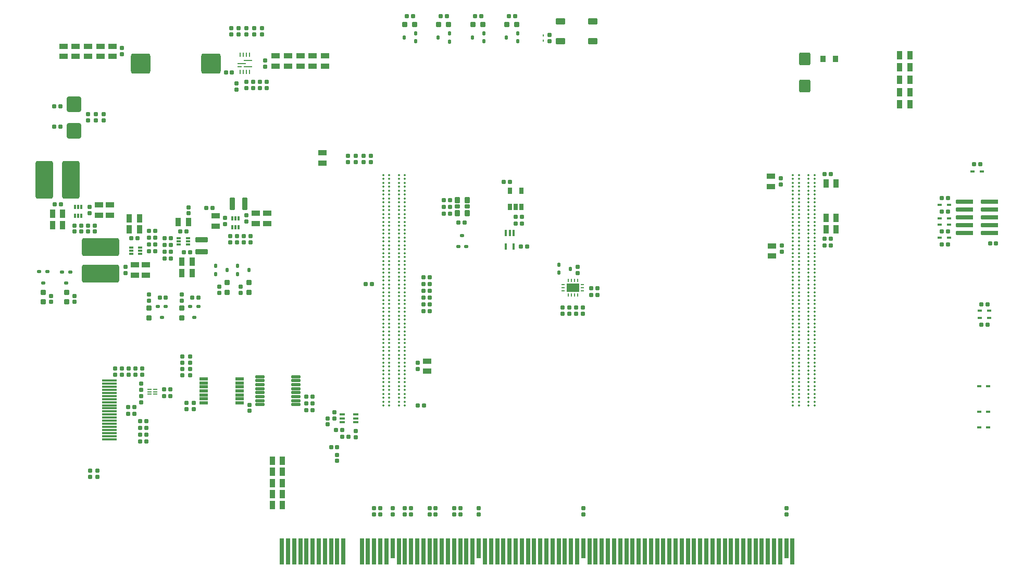
<source format=gtp>
G04*
G04 #@! TF.GenerationSoftware,Altium Limited,Altium Designer,25.2.1 (25)*
G04*
G04 Layer_Color=8421504*
%FSLAX44Y44*%
%MOMM*%
G71*
G04*
G04 #@! TF.SameCoordinates,1675D247-2589-475D-A358-125397F96DBE*
G04*
G04*
G04 #@! TF.FilePolarity,Positive*
G04*
G01*
G75*
G04:AMPARAMS|DCode=12|XSize=0.8mm|YSize=0.8mm|CornerRadius=0.1mm|HoleSize=0mm|Usage=FLASHONLY|Rotation=90.000|XOffset=0mm|YOffset=0mm|HoleType=Round|Shape=RoundedRectangle|*
%AMROUNDEDRECTD12*
21,1,0.8000,0.6000,0,0,90.0*
21,1,0.6000,0.8000,0,0,90.0*
1,1,0.2000,0.3000,0.3000*
1,1,0.2000,0.3000,-0.3000*
1,1,0.2000,-0.3000,-0.3000*
1,1,0.2000,-0.3000,0.3000*
%
%ADD12ROUNDEDRECTD12*%
G04:AMPARAMS|DCode=13|XSize=0.6mm|YSize=0.7mm|CornerRadius=0.075mm|HoleSize=0mm|Usage=FLASHONLY|Rotation=90.000|XOffset=0mm|YOffset=0mm|HoleType=Round|Shape=RoundedRectangle|*
%AMROUNDEDRECTD13*
21,1,0.6000,0.5500,0,0,90.0*
21,1,0.4500,0.7000,0,0,90.0*
1,1,0.1500,0.2750,0.2250*
1,1,0.1500,0.2750,-0.2250*
1,1,0.1500,-0.2750,-0.2250*
1,1,0.1500,-0.2750,0.2250*
%
%ADD13ROUNDEDRECTD13*%
G04:AMPARAMS|DCode=14|XSize=0.6mm|YSize=0.7mm|CornerRadius=0.075mm|HoleSize=0mm|Usage=FLASHONLY|Rotation=180.000|XOffset=0mm|YOffset=0mm|HoleType=Round|Shape=RoundedRectangle|*
%AMROUNDEDRECTD14*
21,1,0.6000,0.5500,0,0,180.0*
21,1,0.4500,0.7000,0,0,180.0*
1,1,0.1500,-0.2250,0.2750*
1,1,0.1500,0.2250,0.2750*
1,1,0.1500,0.2250,-0.2750*
1,1,0.1500,-0.2250,-0.2750*
%
%ADD14ROUNDEDRECTD14*%
G04:AMPARAMS|DCode=15|XSize=1.4mm|YSize=0.9mm|CornerRadius=0.1125mm|HoleSize=0mm|Usage=FLASHONLY|Rotation=270.000|XOffset=0mm|YOffset=0mm|HoleType=Round|Shape=RoundedRectangle|*
%AMROUNDEDRECTD15*
21,1,1.4000,0.6750,0,0,270.0*
21,1,1.1750,0.9000,0,0,270.0*
1,1,0.2250,-0.3375,-0.5875*
1,1,0.2250,-0.3375,0.5875*
1,1,0.2250,0.3375,0.5875*
1,1,0.2250,0.3375,-0.5875*
%
%ADD15ROUNDEDRECTD15*%
G04:AMPARAMS|DCode=16|XSize=0.8mm|YSize=0.8mm|CornerRadius=0.1mm|HoleSize=0mm|Usage=FLASHONLY|Rotation=0.000|XOffset=0mm|YOffset=0mm|HoleType=Round|Shape=RoundedRectangle|*
%AMROUNDEDRECTD16*
21,1,0.8000,0.6000,0,0,0.0*
21,1,0.6000,0.8000,0,0,0.0*
1,1,0.2000,0.3000,-0.3000*
1,1,0.2000,-0.3000,-0.3000*
1,1,0.2000,-0.3000,0.3000*
1,1,0.2000,0.3000,0.3000*
%
%ADD16ROUNDEDRECTD16*%
G04:AMPARAMS|DCode=17|XSize=0.85mm|YSize=1.09mm|CornerRadius=0.1063mm|HoleSize=0mm|Usage=FLASHONLY|Rotation=180.000|XOffset=0mm|YOffset=0mm|HoleType=Round|Shape=RoundedRectangle|*
%AMROUNDEDRECTD17*
21,1,0.8500,0.8775,0,0,180.0*
21,1,0.6375,1.0900,0,0,180.0*
1,1,0.2125,-0.3188,0.4387*
1,1,0.2125,0.3188,0.4387*
1,1,0.2125,0.3188,-0.4387*
1,1,0.2125,-0.3188,-0.4387*
%
%ADD17ROUNDEDRECTD17*%
G04:AMPARAMS|DCode=18|XSize=2.4mm|YSize=0.28mm|CornerRadius=0.035mm|HoleSize=0mm|Usage=FLASHONLY|Rotation=0.000|XOffset=0mm|YOffset=0mm|HoleType=Round|Shape=RoundedRectangle|*
%AMROUNDEDRECTD18*
21,1,2.4000,0.2100,0,0,0.0*
21,1,2.3300,0.2800,0,0,0.0*
1,1,0.0700,1.1650,-0.1050*
1,1,0.0700,-1.1650,-0.1050*
1,1,0.0700,-1.1650,0.1050*
1,1,0.0700,1.1650,0.1050*
%
%ADD18ROUNDEDRECTD18*%
G04:AMPARAMS|DCode=19|XSize=2.794mm|YSize=0.7366mm|CornerRadius=0.0921mm|HoleSize=0mm|Usage=FLASHONLY|Rotation=180.000|XOffset=0mm|YOffset=0mm|HoleType=Round|Shape=RoundedRectangle|*
%AMROUNDEDRECTD19*
21,1,2.7940,0.5525,0,0,180.0*
21,1,2.6098,0.7366,0,0,180.0*
1,1,0.1842,-1.3049,0.2762*
1,1,0.1842,1.3049,0.2762*
1,1,0.1842,1.3049,-0.2762*
1,1,0.1842,-1.3049,-0.2762*
%
%ADD19ROUNDEDRECTD19*%
G04:AMPARAMS|DCode=20|XSize=0.6mm|YSize=0.55mm|CornerRadius=0.0688mm|HoleSize=0mm|Usage=FLASHONLY|Rotation=0.000|XOffset=0mm|YOffset=0mm|HoleType=Round|Shape=RoundedRectangle|*
%AMROUNDEDRECTD20*
21,1,0.6000,0.4125,0,0,0.0*
21,1,0.4625,0.5500,0,0,0.0*
1,1,0.1375,0.2313,-0.2063*
1,1,0.1375,-0.2313,-0.2063*
1,1,0.1375,-0.2313,0.2063*
1,1,0.1375,0.2313,0.2063*
%
%ADD20ROUNDEDRECTD20*%
G04:AMPARAMS|DCode=21|XSize=0.6mm|YSize=0.55mm|CornerRadius=0.0688mm|HoleSize=0mm|Usage=FLASHONLY|Rotation=270.000|XOffset=0mm|YOffset=0mm|HoleType=Round|Shape=RoundedRectangle|*
%AMROUNDEDRECTD21*
21,1,0.6000,0.4125,0,0,270.0*
21,1,0.4625,0.5500,0,0,270.0*
1,1,0.1375,-0.2063,-0.2313*
1,1,0.1375,-0.2063,0.2313*
1,1,0.1375,0.2063,0.2313*
1,1,0.1375,0.2063,-0.2313*
%
%ADD21ROUNDEDRECTD21*%
G04:AMPARAMS|DCode=22|XSize=1.4mm|YSize=0.9mm|CornerRadius=0.1125mm|HoleSize=0mm|Usage=FLASHONLY|Rotation=180.000|XOffset=0mm|YOffset=0mm|HoleType=Round|Shape=RoundedRectangle|*
%AMROUNDEDRECTD22*
21,1,1.4000,0.6750,0,0,180.0*
21,1,1.1750,0.9000,0,0,180.0*
1,1,0.2250,-0.5875,0.3375*
1,1,0.2250,0.5875,0.3375*
1,1,0.2250,0.5875,-0.3375*
1,1,0.2250,-0.5875,-0.3375*
%
%ADD22ROUNDEDRECTD22*%
G04:AMPARAMS|DCode=23|XSize=0.6mm|YSize=1.1mm|CornerRadius=0.075mm|HoleSize=0mm|Usage=FLASHONLY|Rotation=180.000|XOffset=0mm|YOffset=0mm|HoleType=Round|Shape=RoundedRectangle|*
%AMROUNDEDRECTD23*
21,1,0.6000,0.9500,0,0,180.0*
21,1,0.4500,1.1000,0,0,180.0*
1,1,0.1500,-0.2250,0.4750*
1,1,0.1500,0.2250,0.4750*
1,1,0.1500,0.2250,-0.4750*
1,1,0.1500,-0.2250,-0.4750*
%
%ADD23ROUNDEDRECTD23*%
G04:AMPARAMS|DCode=24|XSize=0.5mm|YSize=0.25mm|CornerRadius=0.0313mm|HoleSize=0mm|Usage=FLASHONLY|Rotation=270.000|XOffset=0mm|YOffset=0mm|HoleType=Round|Shape=RoundedRectangle|*
%AMROUNDEDRECTD24*
21,1,0.5000,0.1875,0,0,270.0*
21,1,0.4375,0.2500,0,0,270.0*
1,1,0.0625,-0.0938,-0.2188*
1,1,0.0625,-0.0938,0.2188*
1,1,0.0625,0.0938,0.2188*
1,1,0.0625,0.0938,-0.2188*
%
%ADD24ROUNDEDRECTD24*%
G04:AMPARAMS|DCode=25|XSize=0.5mm|YSize=0.25mm|CornerRadius=0.0313mm|HoleSize=0mm|Usage=FLASHONLY|Rotation=0.000|XOffset=0mm|YOffset=0mm|HoleType=Round|Shape=RoundedRectangle|*
%AMROUNDEDRECTD25*
21,1,0.5000,0.1875,0,0,0.0*
21,1,0.4375,0.2500,0,0,0.0*
1,1,0.0625,0.2188,-0.0938*
1,1,0.0625,-0.2188,-0.0938*
1,1,0.0625,-0.2188,0.0938*
1,1,0.0625,0.2188,0.0938*
%
%ADD25ROUNDEDRECTD25*%
G04:AMPARAMS|DCode=26|XSize=1.4mm|YSize=2.1mm|CornerRadius=0.035mm|HoleSize=0mm|Usage=FLASHONLY|Rotation=270.000|XOffset=0mm|YOffset=0mm|HoleType=Round|Shape=RoundedRectangle|*
%AMROUNDEDRECTD26*
21,1,1.4000,2.0300,0,0,270.0*
21,1,1.3300,2.1000,0,0,270.0*
1,1,0.0700,-1.0150,-0.6650*
1,1,0.0700,-1.0150,0.6650*
1,1,0.0700,1.0150,0.6650*
1,1,0.0700,1.0150,-0.6650*
%
%ADD26ROUNDEDRECTD26*%
G04:AMPARAMS|DCode=27|XSize=1mm|YSize=0.85mm|CornerRadius=0.1063mm|HoleSize=0mm|Usage=FLASHONLY|Rotation=90.000|XOffset=0mm|YOffset=0mm|HoleType=Round|Shape=RoundedRectangle|*
%AMROUNDEDRECTD27*
21,1,1.0000,0.6375,0,0,90.0*
21,1,0.7875,0.8500,0,0,90.0*
1,1,0.2125,0.3188,0.3938*
1,1,0.2125,0.3188,-0.3938*
1,1,0.2125,-0.3188,-0.3938*
1,1,0.2125,-0.3188,0.3938*
%
%ADD27ROUNDEDRECTD27*%
G04:AMPARAMS|DCode=28|XSize=0.6mm|YSize=0.85mm|CornerRadius=0.075mm|HoleSize=0mm|Usage=FLASHONLY|Rotation=90.000|XOffset=0mm|YOffset=0mm|HoleType=Round|Shape=RoundedRectangle|*
%AMROUNDEDRECTD28*
21,1,0.6000,0.7000,0,0,90.0*
21,1,0.4500,0.8500,0,0,90.0*
1,1,0.1500,0.3500,0.2250*
1,1,0.1500,0.3500,-0.2250*
1,1,0.1500,-0.3500,-0.2250*
1,1,0.1500,-0.3500,0.2250*
%
%ADD28ROUNDEDRECTD28*%
G04:AMPARAMS|DCode=29|XSize=0.4mm|YSize=0.95mm|CornerRadius=0.05mm|HoleSize=0mm|Usage=FLASHONLY|Rotation=180.000|XOffset=0mm|YOffset=0mm|HoleType=Round|Shape=RoundedRectangle|*
%AMROUNDEDRECTD29*
21,1,0.4000,0.8500,0,0,180.0*
21,1,0.3000,0.9500,0,0,180.0*
1,1,0.1000,-0.1500,0.4250*
1,1,0.1000,0.1500,0.4250*
1,1,0.1000,0.1500,-0.4250*
1,1,0.1000,-0.1500,-0.4250*
%
%ADD29ROUNDEDRECTD29*%
G04:AMPARAMS|DCode=30|XSize=0.67mm|YSize=0.4mm|CornerRadius=0.05mm|HoleSize=0mm|Usage=FLASHONLY|Rotation=0.000|XOffset=0mm|YOffset=0mm|HoleType=Round|Shape=RoundedRectangle|*
%AMROUNDEDRECTD30*
21,1,0.6700,0.3000,0,0,0.0*
21,1,0.5700,0.4000,0,0,0.0*
1,1,0.1000,0.2850,-0.1500*
1,1,0.1000,-0.2850,-0.1500*
1,1,0.1000,-0.2850,0.1500*
1,1,0.1000,0.2850,0.1500*
%
%ADD30ROUNDEDRECTD30*%
G04:AMPARAMS|DCode=31|XSize=2.1mm|YSize=1.8mm|CornerRadius=0.225mm|HoleSize=0mm|Usage=FLASHONLY|Rotation=90.000|XOffset=0mm|YOffset=0mm|HoleType=Round|Shape=RoundedRectangle|*
%AMROUNDEDRECTD31*
21,1,2.1000,1.3500,0,0,90.0*
21,1,1.6500,1.8000,0,0,90.0*
1,1,0.4500,0.6750,0.8250*
1,1,0.4500,0.6750,-0.8250*
1,1,0.4500,-0.6750,-0.8250*
1,1,0.4500,-0.6750,0.8250*
%
%ADD31ROUNDEDRECTD31*%
G04:AMPARAMS|DCode=32|XSize=0.36mm|YSize=0.25mm|CornerRadius=0.0313mm|HoleSize=0mm|Usage=FLASHONLY|Rotation=270.000|XOffset=0mm|YOffset=0mm|HoleType=Round|Shape=RoundedRectangle|*
%AMROUNDEDRECTD32*
21,1,0.3600,0.1875,0,0,270.0*
21,1,0.2975,0.2500,0,0,270.0*
1,1,0.0625,-0.0938,-0.1487*
1,1,0.0625,-0.0938,0.1487*
1,1,0.0625,0.0938,0.1487*
1,1,0.0625,0.0938,-0.1487*
%
%ADD32ROUNDEDRECTD32*%
%ADD33C,0.3560*%
G04:AMPARAMS|DCode=34|XSize=3.175mm|YSize=3.3mm|CornerRadius=0.3969mm|HoleSize=0mm|Usage=FLASHONLY|Rotation=180.000|XOffset=0mm|YOffset=0mm|HoleType=Round|Shape=RoundedRectangle|*
%AMROUNDEDRECTD34*
21,1,3.1750,2.5063,0,0,180.0*
21,1,2.3813,3.3000,0,0,180.0*
1,1,0.7938,-1.1906,1.2531*
1,1,0.7938,1.1906,1.2531*
1,1,0.7938,1.1906,-1.2531*
1,1,0.7938,-1.1906,-1.2531*
%
%ADD34ROUNDEDRECTD34*%
G04:AMPARAMS|DCode=35|XSize=6.12mm|YSize=2.9mm|CornerRadius=0.3625mm|HoleSize=0mm|Usage=FLASHONLY|Rotation=270.000|XOffset=0mm|YOffset=0mm|HoleType=Round|Shape=RoundedRectangle|*
%AMROUNDEDRECTD35*
21,1,6.1200,2.1750,0,0,270.0*
21,1,5.3950,2.9000,0,0,270.0*
1,1,0.7250,-1.0875,-2.6975*
1,1,0.7250,-1.0875,2.6975*
1,1,0.7250,1.0875,2.6975*
1,1,0.7250,1.0875,-2.6975*
%
%ADD35ROUNDEDRECTD35*%
G04:AMPARAMS|DCode=36|XSize=6.12mm|YSize=2.9mm|CornerRadius=0.3625mm|HoleSize=0mm|Usage=FLASHONLY|Rotation=0.000|XOffset=0mm|YOffset=0mm|HoleType=Round|Shape=RoundedRectangle|*
%AMROUNDEDRECTD36*
21,1,6.1200,2.1750,0,0,0.0*
21,1,5.3950,2.9000,0,0,0.0*
1,1,0.7250,2.6975,-1.0875*
1,1,0.7250,-2.6975,-1.0875*
1,1,0.7250,-2.6975,1.0875*
1,1,0.7250,2.6975,1.0875*
%
%ADD36ROUNDEDRECTD36*%
G04:AMPARAMS|DCode=37|XSize=0.8mm|YSize=2mm|CornerRadius=0.1mm|HoleSize=0mm|Usage=FLASHONLY|Rotation=270.000|XOffset=0mm|YOffset=0mm|HoleType=Round|Shape=RoundedRectangle|*
%AMROUNDEDRECTD37*
21,1,0.8000,1.8000,0,0,270.0*
21,1,0.6000,2.0000,0,0,270.0*
1,1,0.2000,-0.9000,-0.3000*
1,1,0.2000,-0.9000,0.3000*
1,1,0.2000,0.9000,0.3000*
1,1,0.2000,0.9000,-0.3000*
%
%ADD37ROUNDEDRECTD37*%
G04:AMPARAMS|DCode=38|XSize=0.8mm|YSize=2mm|CornerRadius=0.1mm|HoleSize=0mm|Usage=FLASHONLY|Rotation=0.000|XOffset=0mm|YOffset=0mm|HoleType=Round|Shape=RoundedRectangle|*
%AMROUNDEDRECTD38*
21,1,0.8000,1.8000,0,0,0.0*
21,1,0.6000,2.0000,0,0,0.0*
1,1,0.2000,0.3000,-0.9000*
1,1,0.2000,-0.3000,-0.9000*
1,1,0.2000,-0.3000,0.9000*
1,1,0.2000,0.3000,0.9000*
%
%ADD38ROUNDEDRECTD38*%
G04:AMPARAMS|DCode=39|XSize=1.55mm|YSize=1mm|CornerRadius=0.125mm|HoleSize=0mm|Usage=FLASHONLY|Rotation=0.000|XOffset=0mm|YOffset=0mm|HoleType=Round|Shape=RoundedRectangle|*
%AMROUNDEDRECTD39*
21,1,1.5500,0.7500,0,0,0.0*
21,1,1.3000,1.0000,0,0,0.0*
1,1,0.2500,0.6500,-0.3750*
1,1,0.2500,-0.6500,-0.3750*
1,1,0.2500,-0.6500,0.3750*
1,1,0.2500,0.6500,0.3750*
%
%ADD39ROUNDEDRECTD39*%
G04:AMPARAMS|DCode=40|XSize=2.5mm|YSize=2.3mm|CornerRadius=0.2875mm|HoleSize=0mm|Usage=FLASHONLY|Rotation=270.000|XOffset=0mm|YOffset=0mm|HoleType=Round|Shape=RoundedRectangle|*
%AMROUNDEDRECTD40*
21,1,2.5000,1.7250,0,0,270.0*
21,1,1.9250,2.3000,0,0,270.0*
1,1,0.5750,-0.8625,-0.9625*
1,1,0.5750,-0.8625,0.9625*
1,1,0.5750,0.8625,0.9625*
1,1,0.5750,0.8625,-0.9625*
%
%ADD40ROUNDEDRECTD40*%
G04:AMPARAMS|DCode=41|XSize=0.25mm|YSize=0.6mm|CornerRadius=0.0313mm|HoleSize=0mm|Usage=FLASHONLY|Rotation=180.000|XOffset=0mm|YOffset=0mm|HoleType=Round|Shape=RoundedRectangle|*
%AMROUNDEDRECTD41*
21,1,0.2500,0.5375,0,0,180.0*
21,1,0.1875,0.6000,0,0,180.0*
1,1,0.0625,-0.0938,0.2688*
1,1,0.0625,0.0938,0.2688*
1,1,0.0625,0.0938,-0.2688*
1,1,0.0625,-0.0938,-0.2688*
%
%ADD41ROUNDEDRECTD41*%
G04:AMPARAMS|DCode=42|XSize=0.25mm|YSize=0.6mm|CornerRadius=0.0313mm|HoleSize=0mm|Usage=FLASHONLY|Rotation=270.000|XOffset=0mm|YOffset=0mm|HoleType=Round|Shape=RoundedRectangle|*
%AMROUNDEDRECTD42*
21,1,0.2500,0.5375,0,0,270.0*
21,1,0.1875,0.6000,0,0,270.0*
1,1,0.0625,-0.2688,-0.0938*
1,1,0.0625,-0.2688,0.0938*
1,1,0.0625,0.2688,0.0938*
1,1,0.0625,0.2688,-0.0938*
%
%ADD42ROUNDEDRECTD42*%
G04:AMPARAMS|DCode=43|XSize=0.25mm|YSize=1.4mm|CornerRadius=0.0313mm|HoleSize=0mm|Usage=FLASHONLY|Rotation=270.000|XOffset=0mm|YOffset=0mm|HoleType=Round|Shape=RoundedRectangle|*
%AMROUNDEDRECTD43*
21,1,0.2500,1.3375,0,0,270.0*
21,1,0.1875,1.4000,0,0,270.0*
1,1,0.0625,-0.6688,-0.0938*
1,1,0.0625,-0.6688,0.0938*
1,1,0.0625,0.6688,0.0938*
1,1,0.0625,0.6688,-0.0938*
%
%ADD43ROUNDEDRECTD43*%
G04:AMPARAMS|DCode=44|XSize=0.3mm|YSize=0.67mm|CornerRadius=0.0375mm|HoleSize=0mm|Usage=FLASHONLY|Rotation=0.000|XOffset=0mm|YOffset=0mm|HoleType=Round|Shape=RoundedRectangle|*
%AMROUNDEDRECTD44*
21,1,0.3000,0.5950,0,0,0.0*
21,1,0.2250,0.6700,0,0,0.0*
1,1,0.0750,0.1125,-0.2975*
1,1,0.0750,-0.1125,-0.2975*
1,1,0.0750,-0.1125,0.2975*
1,1,0.0750,0.1125,0.2975*
%
%ADD44ROUNDEDRECTD44*%
G04:AMPARAMS|DCode=45|XSize=0.3mm|YSize=0.67mm|CornerRadius=0.0375mm|HoleSize=0mm|Usage=FLASHONLY|Rotation=270.000|XOffset=0mm|YOffset=0mm|HoleType=Round|Shape=RoundedRectangle|*
%AMROUNDEDRECTD45*
21,1,0.3000,0.5950,0,0,270.0*
21,1,0.2250,0.6700,0,0,270.0*
1,1,0.0750,-0.2975,-0.1125*
1,1,0.0750,-0.2975,0.1125*
1,1,0.0750,0.2975,0.1125*
1,1,0.0750,0.2975,-0.1125*
%
%ADD45ROUNDEDRECTD45*%
G04:AMPARAMS|DCode=46|XSize=1.475mm|YSize=0.45mm|CornerRadius=0.0563mm|HoleSize=0mm|Usage=FLASHONLY|Rotation=180.000|XOffset=0mm|YOffset=0mm|HoleType=Round|Shape=RoundedRectangle|*
%AMROUNDEDRECTD46*
21,1,1.4750,0.3375,0,0,180.0*
21,1,1.3625,0.4500,0,0,180.0*
1,1,0.1125,-0.6813,0.1688*
1,1,0.1125,0.6813,0.1688*
1,1,0.1125,0.6813,-0.1688*
1,1,0.1125,-0.6813,-0.1688*
%
%ADD46ROUNDEDRECTD46*%
G04:AMPARAMS|DCode=47|XSize=0.45mm|YSize=1.4mm|CornerRadius=0.0563mm|HoleSize=0mm|Usage=FLASHONLY|Rotation=270.000|XOffset=0mm|YOffset=0mm|HoleType=Round|Shape=RoundedRectangle|*
%AMROUNDEDRECTD47*
21,1,0.4500,1.2875,0,0,270.0*
21,1,0.3375,1.4000,0,0,270.0*
1,1,0.1125,-0.6438,-0.1688*
1,1,0.1125,-0.6438,0.1688*
1,1,0.1125,0.6438,0.1688*
1,1,0.1125,0.6438,-0.1688*
%
%ADD47ROUNDEDRECTD47*%
G04:AMPARAMS|DCode=48|XSize=0.6mm|YSize=0.2mm|CornerRadius=0.025mm|HoleSize=0mm|Usage=FLASHONLY|Rotation=180.000|XOffset=0mm|YOffset=0mm|HoleType=Round|Shape=RoundedRectangle|*
%AMROUNDEDRECTD48*
21,1,0.6000,0.1500,0,0,180.0*
21,1,0.5500,0.2000,0,0,180.0*
1,1,0.0500,-0.2750,0.0750*
1,1,0.0500,0.2750,0.0750*
1,1,0.0500,0.2750,-0.0750*
1,1,0.0500,-0.2750,-0.0750*
%
%ADD48ROUNDEDRECTD48*%
G04:AMPARAMS|DCode=49|XSize=0.4mm|YSize=0.85mm|CornerRadius=0.05mm|HoleSize=0mm|Usage=FLASHONLY|Rotation=270.000|XOffset=0mm|YOffset=0mm|HoleType=Round|Shape=RoundedRectangle|*
%AMROUNDEDRECTD49*
21,1,0.4000,0.7500,0,0,270.0*
21,1,0.3000,0.8500,0,0,270.0*
1,1,0.1000,-0.3750,-0.1500*
1,1,0.1000,-0.3750,0.1500*
1,1,0.1000,0.3750,0.1500*
1,1,0.1000,0.3750,-0.1500*
%
%ADD49ROUNDEDRECTD49*%
%ADD50R,0.7000X4.2000*%
%ADD51R,0.7000X3.2000*%
D12*
X204000Y414000D02*
D03*
Y430000D02*
D03*
X257000Y414000D02*
D03*
Y430000D02*
D03*
X331250Y472000D02*
D03*
Y456000D02*
D03*
X366250Y472000D02*
D03*
Y456000D02*
D03*
X32000Y456000D02*
D03*
Y440000D02*
D03*
X70000Y456000D02*
D03*
Y440000D02*
D03*
D13*
X910000Y95000D02*
D03*
Y105000D02*
D03*
X1240000Y95000D02*
D03*
Y105000D02*
D03*
X362510Y884830D02*
D03*
Y874830D02*
D03*
X373500Y787500D02*
D03*
Y797500D02*
D03*
X375010Y874830D02*
D03*
Y884830D02*
D03*
X387510D02*
D03*
Y874830D02*
D03*
X82530Y554270D02*
D03*
Y564270D02*
D03*
X104530Y554270D02*
D03*
Y564270D02*
D03*
X115530D02*
D03*
Y554270D02*
D03*
X336500Y536750D02*
D03*
Y546750D02*
D03*
X367000Y273000D02*
D03*
Y263000D02*
D03*
X384500Y797500D02*
D03*
Y787500D02*
D03*
X358500Y536750D02*
D03*
Y546750D02*
D03*
X369500D02*
D03*
Y536750D02*
D03*
X600000Y95000D02*
D03*
Y105000D02*
D03*
X740000Y95000D02*
D03*
Y105000D02*
D03*
X494250Y241000D02*
D03*
Y251000D02*
D03*
X505250Y251000D02*
D03*
Y261000D02*
D03*
X271000Y351500D02*
D03*
Y341500D02*
D03*
X258500D02*
D03*
Y351500D02*
D03*
X350010Y884830D02*
D03*
Y874830D02*
D03*
X392510Y822330D02*
D03*
Y832330D02*
D03*
X160010Y842330D02*
D03*
Y852330D02*
D03*
X346510Y795330D02*
D03*
Y785330D02*
D03*
X337510Y874830D02*
D03*
Y884830D02*
D03*
X93530Y554270D02*
D03*
Y564270D02*
D03*
X107530Y594270D02*
D03*
Y584270D02*
D03*
X165816Y487110D02*
D03*
Y497110D02*
D03*
X347500Y536750D02*
D03*
Y546750D02*
D03*
X327500Y576750D02*
D03*
Y566750D02*
D03*
X362500Y580750D02*
D03*
Y570750D02*
D03*
X540000Y667500D02*
D03*
Y677500D02*
D03*
X527500Y667500D02*
D03*
Y677500D02*
D03*
X552500Y667500D02*
D03*
Y677500D02*
D03*
X565000Y667500D02*
D03*
Y677500D02*
D03*
X570000Y95000D02*
D03*
Y105000D02*
D03*
X580000Y95000D02*
D03*
Y105000D02*
D03*
X620000Y95000D02*
D03*
Y105000D02*
D03*
X630000Y95000D02*
D03*
Y105000D02*
D03*
X660000Y95000D02*
D03*
Y105000D02*
D03*
X670000Y95000D02*
D03*
Y105000D02*
D03*
X700000Y95000D02*
D03*
Y105000D02*
D03*
X710000Y95000D02*
D03*
Y105000D02*
D03*
X160000Y322000D02*
D03*
Y332000D02*
D03*
X641000Y331000D02*
D03*
Y341000D02*
D03*
X193000Y322000D02*
D03*
Y332000D02*
D03*
X1233000Y532000D02*
D03*
Y522000D02*
D03*
X1231000Y641000D02*
D03*
Y631000D02*
D03*
X277000Y276000D02*
D03*
Y266000D02*
D03*
X265000Y276000D02*
D03*
Y266000D02*
D03*
X182000Y322000D02*
D03*
Y332000D02*
D03*
X540250Y230000D02*
D03*
Y220000D02*
D03*
X149000Y322000D02*
D03*
Y332000D02*
D03*
X108000Y166000D02*
D03*
Y156000D02*
D03*
X130000Y745000D02*
D03*
Y735000D02*
D03*
X117500Y745000D02*
D03*
Y735000D02*
D03*
X105000Y745000D02*
D03*
Y735000D02*
D03*
X855500Y864000D02*
D03*
Y874000D02*
D03*
X362505Y787505D02*
D03*
Y797505D02*
D03*
X395670Y787510D02*
D03*
Y797510D02*
D03*
X268000Y594000D02*
D03*
Y584000D02*
D03*
X510000Y181810D02*
D03*
Y191810D02*
D03*
X120000Y166000D02*
D03*
Y156000D02*
D03*
X318000Y465000D02*
D03*
Y455000D02*
D03*
X353000Y465000D02*
D03*
Y455000D02*
D03*
X45000Y450000D02*
D03*
Y440000D02*
D03*
X83000Y450000D02*
D03*
Y440000D02*
D03*
X271000Y331000D02*
D03*
Y321000D02*
D03*
X258500Y331000D02*
D03*
Y321000D02*
D03*
X191000Y307250D02*
D03*
Y297250D02*
D03*
Y287250D02*
D03*
Y277250D02*
D03*
X171000Y322000D02*
D03*
Y332000D02*
D03*
X257000Y452000D02*
D03*
Y442000D02*
D03*
X876500Y431000D02*
D03*
Y421000D02*
D03*
X900500Y497000D02*
D03*
Y487000D02*
D03*
X887500Y431000D02*
D03*
Y421000D02*
D03*
X909500Y431000D02*
D03*
Y421000D02*
D03*
X898500Y431000D02*
D03*
Y421000D02*
D03*
X204000Y442000D02*
D03*
Y452000D02*
D03*
D14*
X214315Y522110D02*
D03*
X204315D02*
D03*
X214315Y544110D02*
D03*
X204315D02*
D03*
Y555110D02*
D03*
X214315D02*
D03*
X229780Y543539D02*
D03*
X239780D02*
D03*
X229780Y521539D02*
D03*
X239780D02*
D03*
X518250Y232000D02*
D03*
X508250D02*
D03*
X800000Y567000D02*
D03*
X810000D02*
D03*
X808500Y530500D02*
D03*
X818500D02*
D03*
X800000Y578500D02*
D03*
X810000D02*
D03*
X790500Y635500D02*
D03*
X780500D02*
D03*
X693046Y583174D02*
D03*
X683046D02*
D03*
X923000Y451000D02*
D03*
X933000D02*
D03*
X923000Y462000D02*
D03*
X933000D02*
D03*
X239780Y510539D02*
D03*
X229780D02*
D03*
X1557000Y403500D02*
D03*
X1567000D02*
D03*
X566000Y469000D02*
D03*
X556000D02*
D03*
X518250Y221000D02*
D03*
X528250D02*
D03*
X510000Y204500D02*
D03*
X500000D02*
D03*
X214315Y533110D02*
D03*
X204315D02*
D03*
X175315Y543610D02*
D03*
X185315D02*
D03*
X50530Y598770D02*
D03*
X60530D02*
D03*
X229780Y532539D02*
D03*
X239780D02*
D03*
X264780Y554539D02*
D03*
X254780D02*
D03*
X270780Y520539D02*
D03*
X260780D02*
D03*
X650000Y436000D02*
D03*
X660000D02*
D03*
X238500Y286750D02*
D03*
X228500D02*
D03*
X238500Y297750D02*
D03*
X228500D02*
D03*
X199500Y213250D02*
D03*
X189500D02*
D03*
X199500Y224250D02*
D03*
X189500D02*
D03*
X199500Y235250D02*
D03*
X189500D02*
D03*
X199500Y246250D02*
D03*
X189500D02*
D03*
X1571000Y535000D02*
D03*
X1581000D02*
D03*
X1302500Y543000D02*
D03*
X1312500D02*
D03*
X1302500Y647500D02*
D03*
X1312500D02*
D03*
X1302500Y531500D02*
D03*
X1312500D02*
D03*
X470000Y275000D02*
D03*
X460000D02*
D03*
Y286000D02*
D03*
X470000D02*
D03*
X460000Y264000D02*
D03*
X470000D02*
D03*
X1545000Y664000D02*
D03*
X1555000D02*
D03*
X297000Y593000D02*
D03*
X307000D02*
D03*
X650000Y480000D02*
D03*
X660000D02*
D03*
X650000Y469000D02*
D03*
X660000D02*
D03*
X650000Y458000D02*
D03*
X660000D02*
D03*
X650000Y447000D02*
D03*
X660000D02*
D03*
X641000Y271750D02*
D03*
X651000D02*
D03*
X660000Y425000D02*
D03*
X650000D02*
D03*
X1557000Y436500D02*
D03*
X1567000D02*
D03*
X50000Y757500D02*
D03*
X60000D02*
D03*
X50000Y725000D02*
D03*
X60000D02*
D03*
X339000Y813250D02*
D03*
X329000D02*
D03*
X170000Y258000D02*
D03*
X180000D02*
D03*
X170000Y269000D02*
D03*
X180000D02*
D03*
X1493000Y533500D02*
D03*
X1503000D02*
D03*
X1493000Y555000D02*
D03*
X1503000D02*
D03*
X1493000Y587000D02*
D03*
X1503000D02*
D03*
X1493000Y608500D02*
D03*
X1503000D02*
D03*
X221500Y447000D02*
D03*
X231500D02*
D03*
X274236D02*
D03*
X284236D02*
D03*
X623000Y904000D02*
D03*
X633000D02*
D03*
X678000D02*
D03*
X688000D02*
D03*
X734000D02*
D03*
X744000D02*
D03*
X789000D02*
D03*
X799000D02*
D03*
X707046Y569174D02*
D03*
X717046D02*
D03*
X693046Y605174D02*
D03*
X683046D02*
D03*
X693046Y594174D02*
D03*
X683046D02*
D03*
D15*
X404250Y182000D02*
D03*
X420750D02*
D03*
X404250Y164000D02*
D03*
X420750D02*
D03*
X404250Y146000D02*
D03*
X420750D02*
D03*
X404250Y128000D02*
D03*
X420750D02*
D03*
X404250Y110000D02*
D03*
X420750D02*
D03*
X188566Y576110D02*
D03*
X172066D02*
D03*
X188566Y558110D02*
D03*
X172066D02*
D03*
X63780Y583770D02*
D03*
X47280D02*
D03*
X251530Y569539D02*
D03*
X268030D02*
D03*
X257530Y505539D02*
D03*
X274030D02*
D03*
X1424270Y761060D02*
D03*
X1440770D02*
D03*
X1424270Y781060D02*
D03*
X1440770D02*
D03*
X1424270Y801060D02*
D03*
X1440770D02*
D03*
X1424270Y821060D02*
D03*
X1440770D02*
D03*
X1424270Y841060D02*
D03*
X1440770D02*
D03*
X63780Y565000D02*
D03*
X47280D02*
D03*
X257530Y487000D02*
D03*
X274030D02*
D03*
X1320750Y558000D02*
D03*
X1304250D02*
D03*
X1320750Y632500D02*
D03*
X1304250D02*
D03*
X1320750Y576500D02*
D03*
X1304250D02*
D03*
D16*
X620000Y891000D02*
D03*
X636000D02*
D03*
X675000D02*
D03*
X691000D02*
D03*
X731000D02*
D03*
X747000D02*
D03*
X786000D02*
D03*
X802000D02*
D03*
D17*
X1299950Y835000D02*
D03*
X1320050D02*
D03*
D18*
X139500Y217250D02*
D03*
Y222250D02*
D03*
Y227250D02*
D03*
Y232250D02*
D03*
Y237250D02*
D03*
Y242250D02*
D03*
Y247250D02*
D03*
Y252250D02*
D03*
Y257250D02*
D03*
Y262250D02*
D03*
Y267250D02*
D03*
Y272250D02*
D03*
Y277250D02*
D03*
Y282250D02*
D03*
Y287250D02*
D03*
Y292250D02*
D03*
Y297250D02*
D03*
Y302250D02*
D03*
Y307250D02*
D03*
Y312250D02*
D03*
D19*
X1570320Y551850D02*
D03*
X1529680D02*
D03*
X1570320Y564550D02*
D03*
X1529680D02*
D03*
X1570320Y577250D02*
D03*
X1529680D02*
D03*
X1570320Y589950D02*
D03*
X1529680D02*
D03*
X1570320Y602650D02*
D03*
X1529680D02*
D03*
D20*
X225000Y414626D02*
D03*
X218500Y433126D02*
D03*
X231500D02*
D03*
X277736Y414626D02*
D03*
X271236Y433126D02*
D03*
X284236D02*
D03*
X713000Y548250D02*
D03*
X719500Y529750D02*
D03*
X706500D02*
D03*
X32000Y470750D02*
D03*
X25500Y489250D02*
D03*
X38500D02*
D03*
X69500Y470500D02*
D03*
X63000Y489000D02*
D03*
X76000D02*
D03*
D21*
X618750Y870000D02*
D03*
X637250Y876500D02*
D03*
Y863500D02*
D03*
X674000Y869750D02*
D03*
X692500Y876250D02*
D03*
Y863250D02*
D03*
X729750Y870000D02*
D03*
X748250Y876500D02*
D03*
Y863500D02*
D03*
X784750Y870000D02*
D03*
X803250Y876500D02*
D03*
Y863500D02*
D03*
X889250Y494000D02*
D03*
X870750Y487500D02*
D03*
Y500500D02*
D03*
X331250Y492000D02*
D03*
X312750Y485500D02*
D03*
Y498500D02*
D03*
X366250Y492000D02*
D03*
X347750Y485500D02*
D03*
Y498500D02*
D03*
D22*
X489970Y839720D02*
D03*
Y823220D02*
D03*
X469970Y839720D02*
D03*
Y823220D02*
D03*
X449970Y839720D02*
D03*
Y823220D02*
D03*
X429970Y839720D02*
D03*
Y823220D02*
D03*
X409970Y839720D02*
D03*
Y823220D02*
D03*
X145010Y855580D02*
D03*
Y839080D02*
D03*
X125010Y855580D02*
D03*
Y839080D02*
D03*
X105010Y855580D02*
D03*
Y839080D02*
D03*
X85010Y855580D02*
D03*
Y839080D02*
D03*
X65010Y855580D02*
D03*
Y839080D02*
D03*
X140530Y581020D02*
D03*
Y597520D02*
D03*
X122530Y581020D02*
D03*
Y597520D02*
D03*
X180816Y500360D02*
D03*
Y483860D02*
D03*
X312500Y563500D02*
D03*
Y580000D02*
D03*
X377500Y567500D02*
D03*
Y584000D02*
D03*
X199000Y500360D02*
D03*
Y483860D02*
D03*
X396000Y567500D02*
D03*
Y584000D02*
D03*
X486000Y682250D02*
D03*
Y665750D02*
D03*
X656000Y344250D02*
D03*
Y327750D02*
D03*
X1217000Y514750D02*
D03*
Y531250D02*
D03*
X1215000Y627750D02*
D03*
Y644250D02*
D03*
D23*
X790500Y620500D02*
D03*
X809500D02*
D03*
Y594500D02*
D03*
X800000D02*
D03*
X790500D02*
D03*
D24*
X900500Y475000D02*
D03*
X895500D02*
D03*
X890500D02*
D03*
X885500D02*
D03*
Y451000D02*
D03*
X890500D02*
D03*
X895500D02*
D03*
X900500D02*
D03*
D25*
X877500Y468000D02*
D03*
X877500Y463000D02*
D03*
X877500Y458000D02*
D03*
X908500Y463000D02*
D03*
X908500Y468000D02*
D03*
Y458000D02*
D03*
D26*
X893000Y463000D02*
D03*
D27*
X705046Y584423D02*
D03*
Y605424D02*
D03*
X721046D02*
D03*
Y584423D02*
D03*
D28*
X705046Y594924D02*
D03*
X721046D02*
D03*
D29*
X797000Y530500D02*
D03*
X784000D02*
D03*
Y552500D02*
D03*
X790500D02*
D03*
X797000D02*
D03*
D30*
X1554587Y425574D02*
D03*
X1569387D02*
D03*
X1553600Y236000D02*
D03*
X1568400D02*
D03*
X1553600Y262000D02*
D03*
X1568400D02*
D03*
X1554587Y414174D02*
D03*
X1569387D02*
D03*
X1553600Y303550D02*
D03*
X1568400D02*
D03*
X1489600Y544250D02*
D03*
X1504400D02*
D03*
X1489600Y565750D02*
D03*
X1504400D02*
D03*
X1489600Y576250D02*
D03*
X1504400D02*
D03*
X1489600Y597750D02*
D03*
X1504400D02*
D03*
X1557400Y652000D02*
D03*
X1542600D02*
D03*
D31*
X1270000Y790500D02*
D03*
Y834500D02*
D03*
D32*
X845000Y864800D02*
D03*
Y873200D02*
D03*
D33*
X1285750Y512975D02*
D03*
Y519325D02*
D03*
Y601875D02*
D03*
Y620925D02*
D03*
Y278025D02*
D03*
Y271675D02*
D03*
Y290725D02*
D03*
X1276150Y271675D02*
D03*
Y360575D02*
D03*
X1285750Y430425D02*
D03*
Y436775D02*
D03*
X1276150D02*
D03*
Y430425D02*
D03*
Y424075D02*
D03*
Y411375D02*
D03*
Y405025D02*
D03*
Y417725D02*
D03*
Y398675D02*
D03*
Y392325D02*
D03*
Y385975D02*
D03*
Y379625D02*
D03*
X1285750Y646325D02*
D03*
Y595525D02*
D03*
Y589175D02*
D03*
Y582825D02*
D03*
Y576475D02*
D03*
Y570125D02*
D03*
Y563775D02*
D03*
Y557425D02*
D03*
Y551075D02*
D03*
Y544725D02*
D03*
Y532025D02*
D03*
Y614575D02*
D03*
Y608225D02*
D03*
X1276150Y335175D02*
D03*
X1285750Y309775D02*
D03*
Y316125D02*
D03*
X1276150Y328825D02*
D03*
Y322475D02*
D03*
Y316125D02*
D03*
Y309775D02*
D03*
Y290725D02*
D03*
Y284375D02*
D03*
Y303425D02*
D03*
Y297075D02*
D03*
Y278025D02*
D03*
X1285750Y284375D02*
D03*
Y297075D02*
D03*
Y639975D02*
D03*
Y633625D02*
D03*
Y627275D02*
D03*
X1276150Y646325D02*
D03*
Y639975D02*
D03*
Y633625D02*
D03*
Y627275D02*
D03*
X1285750Y303425D02*
D03*
Y322475D02*
D03*
Y328825D02*
D03*
Y335175D02*
D03*
Y341525D02*
D03*
Y347875D02*
D03*
Y443125D02*
D03*
Y449475D02*
D03*
Y455825D02*
D03*
X1276150D02*
D03*
Y449475D02*
D03*
Y443125D02*
D03*
X1285750Y506625D02*
D03*
Y500275D02*
D03*
Y493925D02*
D03*
Y487575D02*
D03*
Y481225D02*
D03*
Y474875D02*
D03*
Y468525D02*
D03*
Y462175D02*
D03*
X1276150Y493925D02*
D03*
Y487575D02*
D03*
Y474875D02*
D03*
Y468525D02*
D03*
Y462175D02*
D03*
Y500275D02*
D03*
Y481225D02*
D03*
Y373275D02*
D03*
Y366925D02*
D03*
Y354225D02*
D03*
Y347875D02*
D03*
Y341525D02*
D03*
X1285750Y424075D02*
D03*
Y417725D02*
D03*
Y411375D02*
D03*
Y405025D02*
D03*
Y398675D02*
D03*
Y392325D02*
D03*
Y385975D02*
D03*
Y379625D02*
D03*
Y366925D02*
D03*
Y360575D02*
D03*
Y373275D02*
D03*
Y354225D02*
D03*
X1250750Y538375D02*
D03*
Y532025D02*
D03*
Y608225D02*
D03*
Y601875D02*
D03*
Y595525D02*
D03*
Y589175D02*
D03*
Y576475D02*
D03*
Y570125D02*
D03*
Y563775D02*
D03*
Y582825D02*
D03*
Y557425D02*
D03*
Y551075D02*
D03*
Y544725D02*
D03*
X1285750Y525675D02*
D03*
Y538375D02*
D03*
X1276150D02*
D03*
Y532025D02*
D03*
Y525675D02*
D03*
Y519325D02*
D03*
Y512975D02*
D03*
Y506625D02*
D03*
X1260350Y601875D02*
D03*
Y582825D02*
D03*
Y595525D02*
D03*
Y589175D02*
D03*
Y576475D02*
D03*
Y570125D02*
D03*
Y563775D02*
D03*
Y557425D02*
D03*
Y551075D02*
D03*
Y544725D02*
D03*
Y608225D02*
D03*
X1276150Y576475D02*
D03*
Y620925D02*
D03*
Y614575D02*
D03*
Y608225D02*
D03*
Y601875D02*
D03*
Y595525D02*
D03*
Y589175D02*
D03*
Y570125D02*
D03*
Y563775D02*
D03*
Y582825D02*
D03*
Y557425D02*
D03*
Y551075D02*
D03*
Y544725D02*
D03*
X1250750Y646325D02*
D03*
Y639975D02*
D03*
Y633625D02*
D03*
Y627275D02*
D03*
Y620925D02*
D03*
Y614575D02*
D03*
X1260350Y646325D02*
D03*
Y639975D02*
D03*
Y633625D02*
D03*
Y620925D02*
D03*
Y627275D02*
D03*
Y614575D02*
D03*
X1250750Y506625D02*
D03*
Y525675D02*
D03*
Y519325D02*
D03*
Y512975D02*
D03*
X1260350Y532025D02*
D03*
Y525675D02*
D03*
Y538375D02*
D03*
Y519325D02*
D03*
Y512975D02*
D03*
Y506625D02*
D03*
X1250750Y500275D02*
D03*
Y468525D02*
D03*
Y493925D02*
D03*
Y487575D02*
D03*
Y481225D02*
D03*
Y474875D02*
D03*
Y462175D02*
D03*
Y455825D02*
D03*
Y449475D02*
D03*
Y443125D02*
D03*
Y436775D02*
D03*
Y430425D02*
D03*
Y424075D02*
D03*
X1260350Y398675D02*
D03*
Y417725D02*
D03*
Y411375D02*
D03*
Y405025D02*
D03*
Y385975D02*
D03*
Y379625D02*
D03*
Y373275D02*
D03*
Y366925D02*
D03*
Y360575D02*
D03*
Y392325D02*
D03*
Y271675D02*
D03*
X1250750D02*
D03*
Y278025D02*
D03*
X1260350D02*
D03*
X1250750Y417725D02*
D03*
Y398675D02*
D03*
Y411375D02*
D03*
Y405025D02*
D03*
Y392325D02*
D03*
Y385975D02*
D03*
Y379625D02*
D03*
Y373275D02*
D03*
Y366925D02*
D03*
Y360575D02*
D03*
Y347875D02*
D03*
Y341525D02*
D03*
Y335175D02*
D03*
X1260350Y500275D02*
D03*
Y462175D02*
D03*
Y493925D02*
D03*
Y487575D02*
D03*
Y481225D02*
D03*
Y474875D02*
D03*
Y468525D02*
D03*
Y449475D02*
D03*
Y443125D02*
D03*
Y455825D02*
D03*
Y436775D02*
D03*
Y430425D02*
D03*
Y424075D02*
D03*
X1250750Y354225D02*
D03*
Y316125D02*
D03*
Y328825D02*
D03*
Y322475D02*
D03*
Y309775D02*
D03*
Y303425D02*
D03*
Y297075D02*
D03*
Y290725D02*
D03*
Y284375D02*
D03*
X1260350Y354225D02*
D03*
Y309775D02*
D03*
Y347875D02*
D03*
Y341525D02*
D03*
Y335175D02*
D03*
Y328825D02*
D03*
Y322475D02*
D03*
Y316125D02*
D03*
Y290725D02*
D03*
Y284375D02*
D03*
Y303425D02*
D03*
Y297075D02*
D03*
X584630Y284375D02*
D03*
X594230Y278025D02*
D03*
Y271675D02*
D03*
X584630D02*
D03*
Y278025D02*
D03*
Y290725D02*
D03*
Y297075D02*
D03*
X594230Y284375D02*
D03*
Y316125D02*
D03*
Y385975D02*
D03*
Y398675D02*
D03*
Y379625D02*
D03*
Y405025D02*
D03*
Y392325D02*
D03*
Y417725D02*
D03*
Y424075D02*
D03*
Y436775D02*
D03*
Y430425D02*
D03*
Y411375D02*
D03*
Y373275D02*
D03*
X610030Y341525D02*
D03*
X594230Y309775D02*
D03*
X610030Y316125D02*
D03*
Y335175D02*
D03*
Y322475D02*
D03*
Y328825D02*
D03*
Y309775D02*
D03*
X594230Y297075D02*
D03*
Y290725D02*
D03*
Y303425D02*
D03*
Y341525D02*
D03*
Y335175D02*
D03*
Y328825D02*
D03*
X584630Y303425D02*
D03*
X594230Y322475D02*
D03*
X584630Y328825D02*
D03*
Y322475D02*
D03*
Y335175D02*
D03*
Y316125D02*
D03*
Y309775D02*
D03*
X610030Y436775D02*
D03*
Y430425D02*
D03*
Y411375D02*
D03*
Y417725D02*
D03*
Y398675D02*
D03*
Y392325D02*
D03*
Y405025D02*
D03*
Y385975D02*
D03*
Y424075D02*
D03*
Y373275D02*
D03*
Y379625D02*
D03*
Y360575D02*
D03*
Y354225D02*
D03*
Y271675D02*
D03*
Y347875D02*
D03*
Y284375D02*
D03*
Y278025D02*
D03*
Y290725D02*
D03*
Y303425D02*
D03*
Y297075D02*
D03*
Y493925D02*
D03*
Y487575D02*
D03*
Y481225D02*
D03*
Y474875D02*
D03*
Y462175D02*
D03*
Y468525D02*
D03*
Y449475D02*
D03*
Y455825D02*
D03*
Y443125D02*
D03*
X584630Y385975D02*
D03*
Y417725D02*
D03*
Y405025D02*
D03*
Y398675D02*
D03*
Y392325D02*
D03*
Y411375D02*
D03*
Y424075D02*
D03*
Y430425D02*
D03*
Y436775D02*
D03*
Y379625D02*
D03*
X610030Y366925D02*
D03*
X594230Y354225D02*
D03*
Y366925D02*
D03*
Y347875D02*
D03*
Y360575D02*
D03*
X584630Y354225D02*
D03*
Y341525D02*
D03*
Y347875D02*
D03*
Y366925D02*
D03*
Y360575D02*
D03*
Y373275D02*
D03*
X594230Y493925D02*
D03*
Y443125D02*
D03*
Y487575D02*
D03*
Y468525D02*
D03*
Y474875D02*
D03*
Y481225D02*
D03*
Y462175D02*
D03*
Y455825D02*
D03*
Y449475D02*
D03*
X584630Y443125D02*
D03*
Y493925D02*
D03*
Y462175D02*
D03*
Y474875D02*
D03*
Y468525D02*
D03*
Y449475D02*
D03*
Y455825D02*
D03*
Y481225D02*
D03*
Y487575D02*
D03*
Y500275D02*
D03*
X594230Y646325D02*
D03*
Y639975D02*
D03*
Y633625D02*
D03*
X584630Y639975D02*
D03*
Y614575D02*
D03*
Y646325D02*
D03*
Y582825D02*
D03*
Y589175D02*
D03*
Y595525D02*
D03*
Y608225D02*
D03*
Y601875D02*
D03*
Y620925D02*
D03*
Y627275D02*
D03*
Y633625D02*
D03*
X594230Y582825D02*
D03*
Y595525D02*
D03*
Y608225D02*
D03*
Y601875D02*
D03*
Y589175D02*
D03*
Y614575D02*
D03*
Y620925D02*
D03*
Y627275D02*
D03*
X610030Y646325D02*
D03*
Y639975D02*
D03*
Y614575D02*
D03*
Y620925D02*
D03*
Y627275D02*
D03*
Y601875D02*
D03*
Y589175D02*
D03*
Y595525D02*
D03*
Y608225D02*
D03*
Y582825D02*
D03*
Y576475D02*
D03*
Y557425D02*
D03*
Y551075D02*
D03*
Y563775D02*
D03*
Y570125D02*
D03*
X594230Y576475D02*
D03*
Y551075D02*
D03*
Y544725D02*
D03*
Y538375D02*
D03*
Y570125D02*
D03*
Y563775D02*
D03*
Y557425D02*
D03*
Y532025D02*
D03*
Y512975D02*
D03*
Y506625D02*
D03*
Y525675D02*
D03*
Y500275D02*
D03*
Y519325D02*
D03*
X584630Y563775D02*
D03*
Y551075D02*
D03*
Y544725D02*
D03*
Y557425D02*
D03*
Y519325D02*
D03*
Y512975D02*
D03*
Y538375D02*
D03*
Y532025D02*
D03*
Y525675D02*
D03*
Y506625D02*
D03*
Y576475D02*
D03*
Y570125D02*
D03*
X619630Y639975D02*
D03*
X610030Y633625D02*
D03*
X619630Y627275D02*
D03*
Y620925D02*
D03*
Y614575D02*
D03*
Y633625D02*
D03*
Y646325D02*
D03*
X610030Y500275D02*
D03*
Y538375D02*
D03*
Y544725D02*
D03*
Y532025D02*
D03*
Y525675D02*
D03*
Y519325D02*
D03*
Y512975D02*
D03*
Y506625D02*
D03*
X619630Y519325D02*
D03*
Y500275D02*
D03*
Y512975D02*
D03*
Y506625D02*
D03*
Y532025D02*
D03*
Y538375D02*
D03*
Y525675D02*
D03*
Y544725D02*
D03*
Y360575D02*
D03*
Y366925D02*
D03*
Y373275D02*
D03*
Y385975D02*
D03*
Y392325D02*
D03*
Y405025D02*
D03*
Y443125D02*
D03*
Y436775D02*
D03*
Y424075D02*
D03*
Y417725D02*
D03*
Y430425D02*
D03*
Y411375D02*
D03*
Y379625D02*
D03*
Y398675D02*
D03*
Y354225D02*
D03*
Y347875D02*
D03*
Y341525D02*
D03*
Y328825D02*
D03*
Y322475D02*
D03*
Y335175D02*
D03*
Y316125D02*
D03*
Y271675D02*
D03*
Y297075D02*
D03*
Y278025D02*
D03*
Y284375D02*
D03*
Y303425D02*
D03*
Y309775D02*
D03*
Y290725D02*
D03*
Y557425D02*
D03*
Y563775D02*
D03*
Y570125D02*
D03*
Y601875D02*
D03*
Y487575D02*
D03*
Y493925D02*
D03*
Y474875D02*
D03*
Y449475D02*
D03*
Y462175D02*
D03*
Y468525D02*
D03*
Y455825D02*
D03*
Y481225D02*
D03*
Y551075D02*
D03*
Y589175D02*
D03*
Y595525D02*
D03*
Y576475D02*
D03*
Y582825D02*
D03*
Y608225D02*
D03*
D34*
X190360Y827330D02*
D03*
X304660D02*
D03*
D35*
X77130Y638770D02*
D03*
X33930D02*
D03*
D36*
X125000Y529100D02*
D03*
Y485900D02*
D03*
D37*
X289780Y521539D02*
D03*
Y541539D02*
D03*
D38*
X359500Y599750D02*
D03*
X339500D02*
D03*
D39*
X925750Y864000D02*
D03*
X873250D02*
D03*
X925750Y896000D02*
D03*
X873250D02*
D03*
D40*
X82500Y718500D02*
D03*
Y761500D02*
D03*
D41*
X367510Y813330D02*
D03*
X362510D02*
D03*
X357510D02*
D03*
X352510D02*
D03*
X367510Y841330D02*
D03*
X352510D02*
D03*
X357510D02*
D03*
X362510D02*
D03*
D42*
X351010Y822330D02*
D03*
D43*
X355010Y827330D02*
D03*
X365010Y822330D02*
D03*
Y832330D02*
D03*
D44*
X93530Y594670D02*
D03*
X88530D02*
D03*
X83530D02*
D03*
Y579870D02*
D03*
X88530D02*
D03*
X93530D02*
D03*
X349500Y576150D02*
D03*
X344500D02*
D03*
X339500D02*
D03*
Y561350D02*
D03*
X344500D02*
D03*
X349500D02*
D03*
D45*
X267180Y533539D02*
D03*
Y538539D02*
D03*
Y543539D02*
D03*
X252380D02*
D03*
Y538539D02*
D03*
Y533539D02*
D03*
X174916Y518610D02*
D03*
Y528610D02*
D03*
Y523610D02*
D03*
X189715Y518610D02*
D03*
Y528610D02*
D03*
Y523610D02*
D03*
D46*
X384120Y273250D02*
D03*
Y279750D02*
D03*
Y286250D02*
D03*
Y292750D02*
D03*
Y299250D02*
D03*
Y305750D02*
D03*
Y312250D02*
D03*
Y318750D02*
D03*
X442880D02*
D03*
Y312250D02*
D03*
Y305750D02*
D03*
Y299250D02*
D03*
Y292750D02*
D03*
Y286250D02*
D03*
Y279750D02*
D03*
Y273250D02*
D03*
D47*
X292500Y315000D02*
D03*
Y308500D02*
D03*
Y302000D02*
D03*
Y295500D02*
D03*
Y289000D02*
D03*
Y282500D02*
D03*
Y276000D02*
D03*
X351500Y315000D02*
D03*
Y308500D02*
D03*
Y302000D02*
D03*
Y295500D02*
D03*
Y289000D02*
D03*
Y282500D02*
D03*
Y276000D02*
D03*
D48*
X214250Y290250D02*
D03*
Y294250D02*
D03*
Y298250D02*
D03*
X204750D02*
D03*
Y294250D02*
D03*
Y290250D02*
D03*
D49*
X540500Y244500D02*
D03*
Y251000D02*
D03*
Y257500D02*
D03*
X518000Y244500D02*
D03*
Y251000D02*
D03*
Y257500D02*
D03*
D50*
X980000Y35000D02*
D03*
X1000000D02*
D03*
X990000D02*
D03*
X960000D02*
D03*
X950000D02*
D03*
X970000D02*
D03*
X1040000D02*
D03*
X1010000D02*
D03*
X1030000D02*
D03*
X1020000D02*
D03*
X880000D02*
D03*
X890000D02*
D03*
X860000D02*
D03*
X850000D02*
D03*
X870000D02*
D03*
X930000D02*
D03*
X940000D02*
D03*
X900000D02*
D03*
X920000D02*
D03*
X1180000D02*
D03*
X1170000D02*
D03*
X1190000D02*
D03*
X1160000D02*
D03*
X1150000D02*
D03*
X1230000D02*
D03*
X1250000D02*
D03*
X1210000D02*
D03*
X1200000D02*
D03*
X1220000D02*
D03*
X1080000D02*
D03*
X1070000D02*
D03*
X1090000D02*
D03*
X1050000D02*
D03*
X1060000D02*
D03*
X1130000D02*
D03*
X1120000D02*
D03*
X1140000D02*
D03*
X1100000D02*
D03*
X1110000D02*
D03*
X570000D02*
D03*
X590000D02*
D03*
X580000D02*
D03*
X550000D02*
D03*
X560000D02*
D03*
X620000D02*
D03*
X630000D02*
D03*
X610000D02*
D03*
X460000D02*
D03*
X450000D02*
D03*
X470000D02*
D03*
X430000D02*
D03*
X440000D02*
D03*
X500000D02*
D03*
X520000D02*
D03*
X510000D02*
D03*
X480000D02*
D03*
X490000D02*
D03*
X780000D02*
D03*
X770000D02*
D03*
X790000D02*
D03*
X750000D02*
D03*
X760000D02*
D03*
X830000D02*
D03*
X840000D02*
D03*
X800000D02*
D03*
X820000D02*
D03*
X810000D02*
D03*
X670000D02*
D03*
X680000D02*
D03*
X640000D02*
D03*
X650000D02*
D03*
X420000D02*
D03*
X660000D02*
D03*
X720000D02*
D03*
X710000D02*
D03*
X730000D02*
D03*
X690000D02*
D03*
X700000D02*
D03*
D51*
X1240000Y40000D02*
D03*
X910000D02*
D03*
X740000D02*
D03*
X600000D02*
D03*
M02*

</source>
